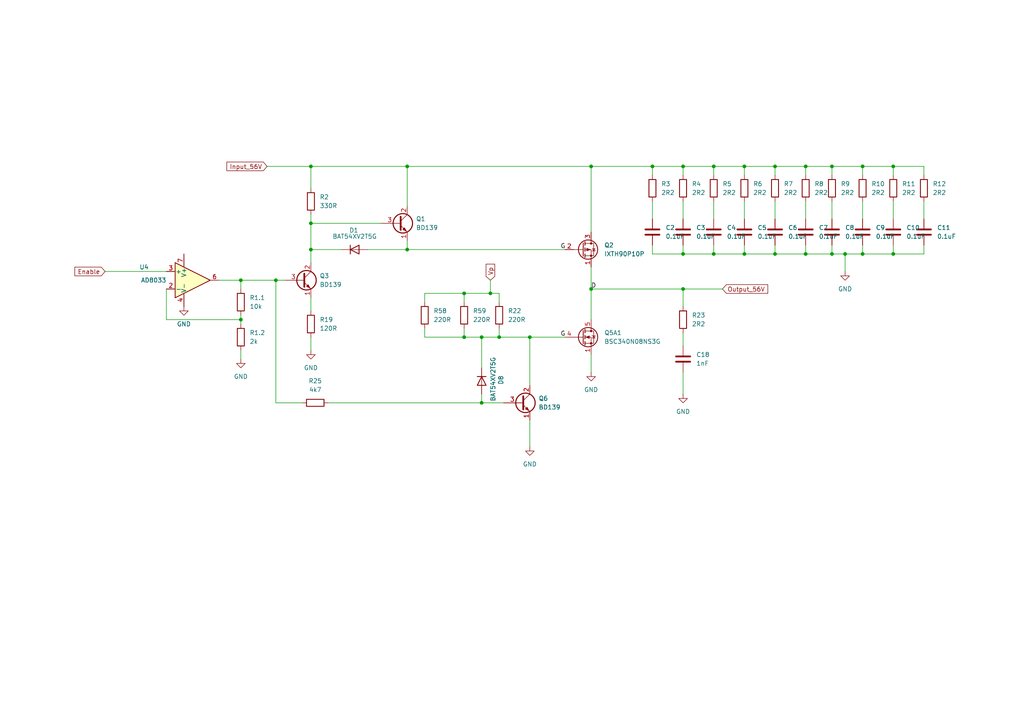
<source format=kicad_sch>
(kicad_sch (version 20231120) (generator "eeschema") (generator_version "8.0")
  (paper "A4")
  (lib_symbols
    (symbol "Amplifier_Operational:AD8001AR" (pin_names (offset 0.127))
      (property "Reference" "U" (at 0 6.35 0))
      (property "Value" "AD8001AR" (at 0 3.81 0))
      (symbol "AD8001AR_0_1"
        (polyline (pts (xy -5.08 5.08) (xy 5.08 0) (xy -5.08 -5.08) (xy -5.08 5.08)) (stroke (width 0.254)) (fill (type background)))
      )
      (symbol "AD8001AR_1_1"
        (pin no_connect line (at -2.54 2.54 270) (length 2.54) hide (name "NC") (number "1"))
        (pin input line (at -7.62 -2.54 0) (length 2.54) (name "-") (number "2"))
        (pin input line (at -7.62 2.54 0) (length 2.54) (name "+") (number "3"))
        (pin power_in line (at -2.54 -7.62 90) (length 3.81) (name "V-") (number "4"))
        (pin no_connect line (at 0 2.54 270) (length 2.54) hide (name "NC") (number "5"))
        (pin output line (at 7.62 0 180) (length 2.54) (name "~") (number "6"))
        (pin power_in line (at -2.54 7.62 270) (length 3.81) (name "V+") (number "7"))
        (pin no_connect line (at 0 -2.54 90) (length 2.54) hide (name "NC") (number "8"))
      )
    )
    (symbol "Device:C" (pin_numbers hide) (pin_names (offset 0.254))
      (property "Reference" "C" (at 0.635 2.54 0))
      (property "Value" "C" (at 0.635 -2.54 0))
      (symbol "C_0_1"
        (polyline (pts (xy -2.032 -0.762) (xy 2.032 -0.762)) (stroke (width 0.508)))
        (polyline (pts (xy -2.032 0.762) (xy 2.032 0.762)) (stroke (width 0.508)))
      )
      (symbol "C_1_1"
        (pin passive line (at 0 3.81 270) (length 2.794) (name "~") (number "1"))
        (pin passive line (at 0 -3.81 90) (length 2.794) (name "~") (number "2"))
      )
    )
    (symbol "Device:Q_PMOS_SGD" (pin_names (offset 0) hide)
      (property "Reference" "Q" (at 5.08 1.27 0))
      (property "Value" "Q_PMOS_SGD" (at 5.08 -1.27 0))
      (symbol "Q_PMOS_SGD_0_1"
        (polyline (pts (xy 0.254 0) (xy -2.54 0)))
        (polyline (pts (xy 0.254 1.905) (xy 0.254 -1.905)) (stroke (width 0.254)))
        (polyline (pts (xy 0.762 -1.27) (xy 0.762 -2.286)) (stroke (width 0.254)))
        (polyline (pts (xy 0.762 0.508) (xy 0.762 -0.508)) (stroke (width 0.254)))
        (polyline (pts (xy 0.762 2.286) (xy 0.762 1.27)) (stroke (width 0.254)))
        (polyline (pts (xy 2.54 2.54) (xy 2.54 1.778)))
        (polyline (pts (xy 2.54 -2.54) (xy 2.54 0) (xy 0.762 0)))
        (polyline (pts (xy 0.762 1.778) (xy 3.302 1.778) (xy 3.302 -1.778) (xy 0.762 -1.778)))
        (polyline (pts (xy 2.286 0) (xy 1.27 0.381) (xy 1.27 -0.381) (xy 2.286 0)) (fill (type outline)))
        (polyline (pts (xy 2.794 -0.508) (xy 2.921 -0.381) (xy 3.683 -0.381) (xy 3.81 -0.254)))
        (polyline (pts (xy 3.302 -0.381) (xy 2.921 0.254) (xy 3.683 0.254) (xy 3.302 -0.381)))
        (circle (center 1.651 0) (radius 2.794) (stroke (width 0.254)))
        (circle (center 2.54 -1.778) (radius 0.254) (fill (type outline)))
        (circle (center 2.54 1.778) (radius 0.254) (fill (type outline)))
      )
      (symbol "Q_PMOS_SGD_1_1"
        (pin passive line (at 2.54 -5.08 90) (length 2.54) (name "S") (number "1"))
        (pin input line (at -5.08 0 0) (length 2.54) (name "G") (number "2"))
        (pin passive line (at 2.54 5.08 270) (length 2.54) (name "D") (number "3"))
      )
    )
    (symbol "Device:R" (pin_numbers hide) (pin_names (offset 0))
      (property "Reference" "R" (at 2.032 0 90))
      (property "Value" "R" (at 0 0 90))
      (symbol "R_0_1"
        (rectangle (start -1.016 -2.54) (end 1.016 2.54) (stroke (width 0.254)))
      )
      (symbol "R_1_1"
        (pin passive line (at 0 3.81 270) (length 1.27) (name "~") (number "1"))
        (pin passive line (at 0 -3.81 90) (length 1.27) (name "~") (number "2"))
      )
    )
    (symbol "Simulation_SPICE:DIODE" (pin_numbers hide) (pin_names (offset 1.016) hide)
      (property "Reference" "D" (at 0 2.54 0))
      (property "Value" "DIODE" (at 0 -2.54 0))
      (symbol "DIODE_0_1"
        (polyline (pts (xy 1.27 0) (xy -1.27 0)))
        (polyline (pts (xy 1.27 1.27) (xy 1.27 -1.27)) (stroke (width 0.254)))
        (polyline (pts (xy -1.27 -1.27) (xy -1.27 1.27) (xy 1.27 0) (xy -1.27 -1.27)) (stroke (width 0.254)))
      )
      (symbol "DIODE_1_1"
        (pin passive line (at -3.81 0 0) (length 2.54) (name "A") (number "1"))
        (pin passive line (at 3.81 0 180) (length 2.54) (name "K") (number "2"))
      )
    )
    (symbol "Transistor_BJT:BD139" (pin_names (offset 0) hide)
      (property "Reference" "Q" (at 5.08 1.905 0))
      (property "Value" "BD139" (at 5.08 0 0))
      (symbol "BD139_0_1"
        (polyline (pts (xy 0 0) (xy 0.635 0)))
        (polyline (pts (xy 2.54 -2.54) (xy 0.635 -0.635)))
        (polyline (pts (xy 2.54 2.54) (xy 0.635 0.635)))
        (polyline (pts (xy 0.635 1.905) (xy 0.635 -1.905) (xy 0.635 -1.905)) (stroke (width 0.508)) (fill (type outline)))
        (polyline (pts (xy 1.2446 -1.778) (xy 1.7526 -1.27) (xy 2.286 -2.286) (xy 1.2446 -1.778) (xy 1.2446 -1.778)) (fill (type outline)))
        (circle (center 1.27 0) (radius 2.8194) (stroke (width 0.3048)))
      )
      (symbol "BD139_1_1"
        (pin passive line (at 2.54 -5.08 90) (length 2.54) (name "E") (number "1"))
        (pin passive line (at 2.54 5.08 270) (length 2.54) (name "C") (number "2"))
        (pin input line (at -5.08 0 0) (length 5.08) (name "B") (number "3"))
      )
    )
    (symbol "Transistor_FET:BSC340N08NS3G" (pin_names hide)
      (property "Reference" "Q" (at 5.08 1.905 0))
      (property "Value" "BSC340N08NS3G" (at 5.08 0 0))
      (symbol "BSC340N08NS3G_0_1"
        (polyline (pts (xy 0.254 0) (xy -2.54 0)))
        (polyline (pts (xy 0.254 1.905) (xy 0.254 -1.905)) (stroke (width 0.254)))
        (polyline (pts (xy 0.762 -1.27) (xy 0.762 -2.286)) (stroke (width 0.254)))
        (polyline (pts (xy 0.762 0.508) (xy 0.762 -0.508)) (stroke (width 0.254)))
        (polyline (pts (xy 0.762 2.286) (xy 0.762 1.27)) (stroke (width 0.254)))
        (polyline (pts (xy 2.54 2.54) (xy 2.54 1.778)))
        (polyline (pts (xy 2.54 -2.54) (xy 2.54 0) (xy 0.762 0)))
        (polyline (pts (xy 0.762 -1.778) (xy 3.302 -1.778) (xy 3.302 1.778) (xy 0.762 1.778)))
        (polyline (pts (xy 1.016 0) (xy 2.032 0.381) (xy 2.032 -0.381) (xy 1.016 0)) (fill (type outline)))
        (polyline (pts (xy 2.794 0.508) (xy 2.921 0.381) (xy 3.683 0.381) (xy 3.81 0.254)))
        (polyline (pts (xy 3.302 0.381) (xy 2.921 -0.254) (xy 3.683 -0.254) (xy 3.302 0.381)))
        (circle (center 1.651 0) (radius 2.794) (stroke (width 0.254)))
        (circle (center 2.54 -1.778) (radius 0.254) (fill (type outline)))
        (circle (center 2.54 1.778) (radius 0.254) (fill (type outline)))
      )
      (symbol "BSC340N08NS3G_1_1"
        (pin passive line (at 2.54 -5.08 90) (length 2.54) (name "S") (number "1"))
        (pin passive line (at 2.54 -5.08 90) (length 2.54) hide (name "S") (number "2"))
        (pin passive line (at 2.54 -5.08 90) (length 2.54) hide (name "S") (number "3"))
        (pin passive line (at -5.08 0 0) (length 2.54) (name "G") (number "4"))
        (pin passive line (at 2.54 5.08 270) (length 2.54) (name "D") (number "5"))
      )
    )
    (symbol "power:GND" (power) (pin_names (offset 0))
      (property "Value" "GND" (at 0 -3.81 0))
      (symbol "GND_0_1"
        (polyline (pts (xy 0 0) (xy 0 -1.27) (xy 1.27 -1.27) (xy 0 -2.54) (xy -1.27 -1.27) (xy 0 -1.27)))
      )
      (symbol "GND_1_1"
        (pin power_in line (at 0 0 270) (length 0) hide (name "GND") (number "1"))
      )
    )
  )
  (junction (at 250.19 48.26))
  (junction (at 207.01 73.66))
  (junction (at 118.11 48.26))
  (junction (at 90.17 64.77))
  (junction (at 139.7 116.84))
  (junction (at 241.3 48.26))
  (junction (at 118.11 72.39))
  (junction (at 69.85 92.71))
  (junction (at 153.67 97.79))
  (junction (at 250.19 73.66))
  (junction (at 207.01 48.26))
  (junction (at 224.79 73.66))
  (junction (at 245.11 73.66))
  (junction (at 198.12 48.26))
  (junction (at 224.79 48.26))
  (junction (at 233.68 48.26))
  (junction (at 90.17 72.39))
  (junction (at 198.12 83.82))
  (junction (at 259.08 48.26))
  (junction (at 233.68 73.66))
  (junction (at 189.23 48.26))
  (junction (at 171.45 83.82))
  (junction (at 198.12 73.66))
  (junction (at 139.7 97.79))
  (junction (at 80.01 81.28))
  (junction (at 69.85 81.28))
  (junction (at 171.45 48.26))
  (junction (at 134.62 97.79))
  (junction (at 241.3 73.66))
  (junction (at 215.9 48.26))
  (junction (at 144.78 97.79))
  (junction (at 90.17 48.26))
  (junction (at 134.62 85.09))
  (junction (at 142.24 85.09))
  (junction (at 259.08 73.66))
  (junction (at 215.9 73.66))
  (wire (pts (xy 267.97 50.8) (xy 267.97 48.26)))
  (wire (pts (xy 139.7 97.79) (xy 139.7 106.68)))
  (wire (pts (xy 134.62 85.09) (xy 142.24 85.09)))
  (wire (pts (xy 241.3 71.12) (xy 241.3 73.66)))
  (wire (pts (xy 215.9 73.66) (xy 224.79 73.66)))
  (wire (pts (xy 207.01 71.12) (xy 207.01 73.66)))
  (wire (pts (xy 207.01 73.66) (xy 215.9 73.66)))
  (wire (pts (xy 118.11 48.26) (xy 171.45 48.26)))
  (wire (pts (xy 224.79 48.26) (xy 224.79 50.8)))
  (wire (pts (xy 90.17 86.36) (xy 90.17 90.17)))
  (wire (pts (xy 224.79 73.66) (xy 233.68 73.66)))
  (wire (pts (xy 87.63 116.84) (xy 80.01 116.84)))
  (wire (pts (xy 171.45 48.26) (xy 171.45 67.31)))
  (wire (pts (xy 153.67 97.79) (xy 153.67 111.76)))
  (wire (pts (xy 189.23 48.26) (xy 189.23 50.8)))
  (wire (pts (xy 259.08 48.26) (xy 259.08 50.8)))
  (wire (pts (xy 250.19 71.12) (xy 250.19 73.66)))
  (wire (pts (xy 69.85 91.44) (xy 69.85 92.71)))
  (wire (pts (xy 90.17 72.39) (xy 99.06 72.39)))
  (wire (pts (xy 139.7 116.84) (xy 146.05 116.84)))
  (wire (pts (xy 90.17 64.77) (xy 110.49 64.77)))
  (wire (pts (xy 90.17 72.39) (xy 90.17 76.2)))
  (wire (pts (xy 250.19 48.26) (xy 241.3 48.26)))
  (wire (pts (xy 198.12 96.52) (xy 198.12 100.33)))
  (wire (pts (xy 241.3 73.66) (xy 245.11 73.66)))
  (wire (pts (xy 69.85 81.28) (xy 80.01 81.28)))
  (wire (pts (xy 69.85 101.6) (xy 69.85 104.14)))
  (wire (pts (xy 250.19 48.26) (xy 250.19 50.8)))
  (wire (pts (xy 233.68 73.66) (xy 241.3 73.66)))
  (wire (pts (xy 123.19 85.09) (xy 134.62 85.09)))
  (wire (pts (xy 241.3 58.42) (xy 241.3 63.5)))
  (wire (pts (xy 259.08 58.42) (xy 259.08 63.5)))
  (wire (pts (xy 134.62 97.79) (xy 123.19 97.79)))
  (wire (pts (xy 80.01 81.28) (xy 80.01 116.84)))
  (wire (pts (xy 250.19 73.66) (xy 259.08 73.66)))
  (wire (pts (xy 198.12 83.82) (xy 209.55 83.82)))
  (wire (pts (xy 224.79 48.26) (xy 215.9 48.26)))
  (wire (pts (xy 189.23 58.42) (xy 189.23 63.5)))
  (wire (pts (xy 259.08 71.12) (xy 259.08 73.66)))
  (wire (pts (xy 233.68 71.12) (xy 233.68 73.66)))
  (wire (pts (xy 233.68 58.42) (xy 233.68 63.5)))
  (wire (pts (xy 207.01 58.42) (xy 207.01 63.5)))
  (wire (pts (xy 215.9 58.42) (xy 215.9 63.5)))
  (wire (pts (xy 233.68 48.26) (xy 224.79 48.26)))
  (wire (pts (xy 245.11 73.66) (xy 250.19 73.66)))
  (wire (pts (xy 118.11 48.26) (xy 118.11 59.69)))
  (wire (pts (xy 48.26 92.71) (xy 69.85 92.71)))
  (wire (pts (xy 198.12 48.26) (xy 189.23 48.26)))
  (wire (pts (xy 90.17 48.26) (xy 90.17 54.61)))
  (wire (pts (xy 153.67 97.79) (xy 163.83 97.79)))
  (wire (pts (xy 90.17 64.77) (xy 90.17 72.39)))
  (wire (pts (xy 259.08 73.66) (xy 267.97 73.66)))
  (wire (pts (xy 198.12 48.26) (xy 198.12 50.8)))
  (wire (pts (xy 207.01 48.26) (xy 198.12 48.26)))
  (wire (pts (xy 267.97 73.66) (xy 267.97 71.12)))
  (wire (pts (xy 144.78 97.79) (xy 139.7 97.79)))
  (wire (pts (xy 198.12 107.95) (xy 198.12 114.3)))
  (wire (pts (xy 139.7 114.3) (xy 139.7 116.84)))
  (wire (pts (xy 198.12 73.66) (xy 207.01 73.66)))
  (wire (pts (xy 90.17 48.26) (xy 118.11 48.26)))
  (wire (pts (xy 144.78 97.79) (xy 153.67 97.79)))
  (wire (pts (xy 48.26 83.82) (xy 48.26 92.71)))
  (wire (pts (xy 171.45 48.26) (xy 189.23 48.26)))
  (wire (pts (xy 198.12 88.9) (xy 198.12 83.82)))
  (wire (pts (xy 224.79 58.42) (xy 224.79 63.5)))
  (wire (pts (xy 198.12 58.42) (xy 198.12 63.5)))
  (wire (pts (xy 241.3 48.26) (xy 241.3 50.8)))
  (wire (pts (xy 30.48 78.74) (xy 48.26 78.74)))
  (wire (pts (xy 142.24 81.28) (xy 142.24 85.09)))
  (wire (pts (xy 153.67 121.92) (xy 153.67 129.54)))
  (wire (pts (xy 63.5 81.28) (xy 69.85 81.28)))
  (wire (pts (xy 215.9 71.12) (xy 215.9 73.66)))
  (wire (pts (xy 241.3 48.26) (xy 233.68 48.26)))
  (wire (pts (xy 198.12 71.12) (xy 198.12 73.66)))
  (wire (pts (xy 189.23 71.12) (xy 189.23 73.66)))
  (wire (pts (xy 69.85 81.28) (xy 69.85 83.82)))
  (wire (pts (xy 259.08 48.26) (xy 250.19 48.26)))
  (wire (pts (xy 77.47 48.26) (xy 90.17 48.26)))
  (wire (pts (xy 90.17 62.23) (xy 90.17 64.77)))
  (wire (pts (xy 144.78 85.09) (xy 144.78 87.63)))
  (wire (pts (xy 171.45 102.87) (xy 171.45 107.95)))
  (wire (pts (xy 171.45 83.82) (xy 171.45 92.71)))
  (wire (pts (xy 189.23 73.66) (xy 198.12 73.66)))
  (wire (pts (xy 123.19 87.63) (xy 123.19 85.09)))
  (wire (pts (xy 118.11 72.39) (xy 163.83 72.39)))
  (wire (pts (xy 207.01 48.26) (xy 207.01 50.8)))
  (wire (pts (xy 250.19 58.42) (xy 250.19 63.5)))
  (wire (pts (xy 233.68 48.26) (xy 233.68 50.8)))
  (wire (pts (xy 224.79 71.12) (xy 224.79 73.66)))
  (wire (pts (xy 134.62 85.09) (xy 134.62 87.63)))
  (wire (pts (xy 106.68 72.39) (xy 118.11 72.39)))
  (wire (pts (xy 123.19 95.25) (xy 123.19 97.79)))
  (wire (pts (xy 118.11 69.85) (xy 118.11 72.39)))
  (wire (pts (xy 215.9 48.26) (xy 215.9 50.8)))
  (wire (pts (xy 139.7 97.79) (xy 134.62 97.79)))
  (wire (pts (xy 90.17 97.79) (xy 90.17 101.6)))
  (wire (pts (xy 171.45 77.47) (xy 171.45 83.82)))
  (wire (pts (xy 80.01 81.28) (xy 82.55 81.28)))
  (wire (pts (xy 134.62 95.25) (xy 134.62 97.79)))
  (wire (pts (xy 69.85 92.71) (xy 69.85 93.98)))
  (wire (pts (xy 215.9 48.26) (xy 207.01 48.26)))
  (wire (pts (xy 144.78 95.25) (xy 144.78 97.79)))
  (wire (pts (xy 267.97 58.42) (xy 267.97 63.5)))
  (wire (pts (xy 95.25 116.84) (xy 139.7 116.84)))
  (wire (pts (xy 267.97 48.26) (xy 259.08 48.26)))
  (wire (pts (xy 245.11 73.66) (xy 245.11 78.74)))
  (wire (pts (xy 171.45 83.82) (xy 198.12 83.82)))
  (wire (pts (xy 142.24 85.09) (xy 144.78 85.09)))
  (label "G" (at 162.56 72.39 0))
  (label "G" (at 162.56 97.79 0))
  (label "D" (at 171.45 83.82 0))
  (global_label "Enable" (shape input) (at 30.48 78.74 180) (property "Intersheetrefs" "${INTERSHEET_REFS}" (effects (hide yes))))
  (global_label "Vp" (shape input) (at 142.24 81.28 90) (property "Intersheetrefs" "${INTERSHEET_REFS}" (effects (hide yes))))
  (global_label "Output_56V" (shape input) (at 209.55 83.82 0) (property "Intersheetrefs" "${INTERSHEET_REFS}" (effects (hide yes))))
  (global_label "Input_56V" (shape input) (at 77.47 48.26 180) (property "Intersheetrefs" "${INTERSHEET_REFS}" (effects (hide yes))))
  (symbol (lib_id "Device:C") (at 267.97 67.31 0) (unit 1)
    (property "Reference" "C11" (at 271.78 66.0399 0) (effects (justify left)))
    (property "Value" "0.1uF" (at 271.78 68.5799 0) (effects (justify left)))
    (property "Footprint" "Capacitor_SMD:C_0603_1608Metric_Pad1.08x0.95mm_HandSolder" (effects (hide yes)))
  )
  (symbol (lib_id "Device:C") (at 250.19 67.31 0) (unit 1)
    (property "Reference" "C9" (at 254 66.0399 0) (effects (justify left)))
    (property "Value" "0.1uF" (at 254 68.5799 0) (effects (justify left)))
    (property "Footprint" "Capacitor_SMD:C_0603_1608Metric_Pad1.08x0.95mm_HandSolder" (effects (hide yes)))
  )
  (symbol (lib_id "power:GND") (at 90.17 101.6 0) (unit 1)
    (property "Reference" "#PWR040" (effects (hide yes)))
    (property "Value" "GND" (at 90.17 106.68 0))
  )
  (symbol (lib_id "power:GND") (at 153.67 129.54 0) (unit 1)
    (property "Reference" "#PWR042" (effects (hide yes)))
    (property "Value" "GND" (at 153.67 134.62 0))
  )
  (symbol (lib_id "Simulation_SPICE:DIODE") (at 102.87 72.39 180) (unit 1)
    (property "Reference" "D1" (at 102.616 66.802 0))
    (property "Value" "BAT54XV2T5G" (at 102.87 68.58 0))
    (property "Footprint" "Library:D_SOD-523_new" (effects (hide yes)))
    (property "Sim.Device" "SPICE" (effects (hide yes)))
    (property "Sim.Params" "type=\"D\" model=\"BAT54XV2T5G\" lib=\"\"" (effects (hide yes)))
    (property "Sim.Pins" "1=1 2=2" (effects (hide yes)))
  )
  (symbol (lib_id "Device:C") (at 224.79 67.31 0) (unit 1)
    (property "Reference" "C6" (at 228.6 66.0399 0) (effects (justify left)))
    (property "Value" "0.1uF" (at 228.6 68.5799 0) (effects (justify left)))
    (property "Footprint" "Capacitor_SMD:C_0603_1608Metric_Pad1.08x0.95mm_HandSolder" (effects (hide yes)))
  )
  (symbol (lib_id "Transistor_BJT:BD139") (at 87.63 81.28 0) (unit 1)
    (property "Reference" "Q3" (at 92.71 80.0099 0) (effects (justify left)))
    (property "Value" "BD139" (at 92.71 82.5499 0) (effects (justify left)))
    (property "Footprint" "Package_TO_SOT_THT:TO-126-3_Vertical" (effects (hide yes)))
    (property "Datasheet" "http://www.st.com/internet/com/TECHNICAL_RESOURCES/TECHNICAL_LITERATURE/DATASHEET/CD00001225.pdf" (effects (hide yes)))
  )
  (symbol (lib_id "power:GND") (at 198.12 114.3 0) (unit 1)
    (property "Reference" "#PWR044" (effects (hide yes)))
    (property "Value" "GND" (at 198.12 119.38 0))
  )
  (symbol (lib_id "Device:R") (at 144.78 91.44 0) (unit 1)
    (property "Reference" "R22" (at 147.32 90.1699 0) (effects (justify left)))
    (property "Value" "220R" (at 147.32 92.7099 0) (effects (justify left)))
    (property "Footprint" "Resistor_SMD:R_0603_1608Metric_Pad0.98x0.95mm_HandSolder" (effects (hide yes)))
  )
  (symbol (lib_id "Transistor_FET:BSC340N08NS3G") (at 168.91 97.79 0) (unit 1)
    (property "Reference" "Q5A1" (at 175.26 96.5199 0) (effects (justify left)))
    (property "Value" "BSC340N08NS3G" (at 175.26 99.0599 0) (effects (justify left)))
    (property "Footprint" "Package_TO_SOT_SMD:TDSON-8-1" (effects (hide yes)))
    (property "Datasheet" "http://www.infineon.com/dgdl/Infineon-BSC340N08NS3G-DS-v02_06-en.pdf?fileId=db3a30431add1d95011ae81c21f2563a" (effects (hide yes)))
  )
  (symbol (lib_id "Device:R") (at 207.01 54.61 0) (unit 1)
    (property "Reference" "R5" (at 209.55 53.3399 0) (effects (justify left)))
    (property "Value" "2R2" (at 209.55 55.8799 0) (effects (justify left)))
    (property "Footprint" "Resistor_SMD:R_0603_1608Metric_Pad0.98x0.95mm_HandSolder" (effects (hide yes)))
  )
  (symbol (lib_id "Transistor_BJT:BD139") (at 151.13 116.84 0) (unit 1)
    (property "Reference" "Q6" (at 156.21 115.5699 0) (effects (justify left)))
    (property "Value" "BD139" (at 156.21 118.1099 0) (effects (justify left)))
    (property "Footprint" "Package_TO_SOT_THT:TO-126-3_Vertical" (effects (hide yes)))
    (property "Datasheet" "http://www.st.com/internet/com/TECHNICAL_RESOURCES/TECHNICAL_LITERATURE/DATASHEET/CD00001225.pdf" (effects (hide yes)))
  )
  (symbol (lib_id "Device:R") (at 90.17 93.98 0) (unit 1)
    (property "Reference" "R19" (at 92.71 92.7099 0) (effects (justify left)))
    (property "Value" "120R" (at 92.71 95.2499 0) (effects (justify left)))
    (property "Footprint" "Resistor_SMD:R_0603_1608Metric_Pad0.98x0.95mm_HandSolder" (effects (hide yes)))
  )
  (symbol (lib_id "Device:R") (at 198.12 92.71 0) (unit 1)
    (property "Reference" "R23" (at 200.66 91.4399 0) (effects (justify left)))
    (property "Value" "2R2" (at 200.66 93.9799 0) (effects (justify left)))
    (property "Footprint" "Resistor_SMD:R_0603_1608Metric_Pad0.98x0.95mm_HandSolder" (effects (hide yes)))
  )
  (symbol (lib_id "Device:C") (at 198.12 67.31 0) (unit 1)
    (property "Reference" "C3" (at 201.93 66.0399 0) (effects (justify left)))
    (property "Value" "0.1uF" (at 201.93 68.5799 0) (effects (justify left)))
    (property "Footprint" "Capacitor_SMD:C_0603_1608Metric_Pad1.08x0.95mm_HandSolder" (effects (hide yes)))
  )
  (symbol (lib_id "Device:C") (at 215.9 67.31 0) (unit 1)
    (property "Reference" "C5" (at 219.71 66.0399 0) (effects (justify left)))
    (property "Value" "0.1uF" (at 219.71 68.5799 0) (effects (justify left)))
    (property "Footprint" "Capacitor_SMD:C_0603_1608Metric_Pad1.08x0.95mm_HandSolder" (effects (hide yes)))
  )
  (symbol (lib_id "Device:R") (at 215.9 54.61 0) (unit 1)
    (property "Reference" "R6" (at 218.44 53.3399 0) (effects (justify left)))
    (property "Value" "2R2" (at 218.44 55.8799 0) (effects (justify left)))
    (property "Footprint" "Resistor_SMD:R_0603_1608Metric_Pad0.98x0.95mm_HandSolder" (effects (hide yes)))
  )
  (symbol (lib_id "Device:R") (at 189.23 54.61 0) (unit 1)
    (property "Reference" "R3" (at 191.77 53.3399 0) (effects (justify left)))
    (property "Value" "2R2" (at 191.77 55.8799 0) (effects (justify left)))
    (property "Footprint" "Resistor_SMD:R_0603_1608Metric_Pad0.98x0.95mm_HandSolder" (effects (hide yes)))
  )
  (symbol (lib_id "power:GND") (at 171.45 107.95 0) (unit 1)
    (property "Reference" "#PWR043" (effects (hide yes)))
    (property "Value" "GND" (at 171.45 113.03 0))
  )
  (symbol (lib_id "Amplifier_Operational:AD8001AR") (at 55.88 81.28 0) (unit 1)
    (property "Reference" "U4" (at 43.18 77.47 0) (effects (justify right)))
    (property "Value" "AD8033" (at 48.26 81.28 0) (effects (justify right)))
    (property "Footprint" "Package_SO:SOIC-8_3.9x4.9mm_P1.27mm" (effects (hide yes)))
    (property "Datasheet" "https://www.analog.com/media/en/technical-documentation/data-sheets/ad8001.pdf" (effects (hide yes)))
  )
  (symbol (lib_id "Device:C") (at 233.68 67.31 0) (unit 1)
    (property "Reference" "C7" (at 237.49 66.0399 0) (effects (justify left)))
    (property "Value" "0.1uF" (at 237.49 68.5799 0) (effects (justify left)))
    (property "Footprint" "Capacitor_SMD:C_0603_1608Metric_Pad1.08x0.95mm_HandSolder" (effects (hide yes)))
  )
  (symbol (lib_id "Simulation_SPICE:DIODE") (at 139.7 110.49 90) (unit 1)
    (property "Reference" "D8" (at 145.288 110.236 0))
    (property "Value" "BAT54XV2T5G" (at 143.002 109.982 0))
    (property "Footprint" "Library:D_SOD-523_new" (effects (hide yes)))
    (property "Sim.Device" "SPICE" (effects (hide yes)))
    (property "Sim.Params" "type=\"D\" model=\"BAT54XV2T5G\" lib=\"\"" (effects (hide yes)))
    (property "Sim.Pins" "1=1 2=2" (effects (hide yes)))
  )
  (symbol (lib_id "Device:C") (at 198.12 104.14 0) (unit 1)
    (property "Reference" "C18" (at 201.93 102.8699 0) (effects (justify left)))
    (property "Value" "1nF" (at 201.93 105.4099 0) (effects (justify left)))
    (property "Footprint" "Capacitor_SMD:C_0603_1608Metric_Pad1.08x0.95mm_HandSolder" (effects (hide yes)))
  )
  (symbol (lib_id "Device:C") (at 241.3 67.31 0) (unit 1)
    (property "Reference" "C8" (at 245.11 66.0399 0) (effects (justify left)))
    (property "Value" "0.1uF" (at 245.11 68.5799 0) (effects (justify left)))
    (property "Footprint" "Capacitor_SMD:C_0603_1608Metric_Pad1.08x0.95mm_HandSolder" (effects (hide yes)))
  )
  (symbol (lib_id "Device:R") (at 90.17 58.42 0) (unit 1)
    (property "Reference" "R2" (at 92.71 57.1499 0) (effects (justify left)))
    (property "Value" "330R" (at 92.71 59.6899 0) (effects (justify left)))
    (property "Footprint" "Resistor_SMD:R_0603_1608Metric_Pad0.98x0.95mm_HandSolder" (effects (hide yes)))
  )
  (symbol (lib_id "power:GND") (at 245.11 78.74 0) (unit 1)
    (property "Reference" "#PWR045" (effects (hide yes)))
    (property "Value" "GND" (at 245.11 83.82 0))
  )
  (symbol (lib_id "power:GND") (at 69.85 104.14 0) (unit 1)
    (property "Reference" "#PWR039" (effects (hide yes)))
    (property "Value" "GND" (at 69.85 109.22 0))
  )
  (symbol (lib_id "Device:R") (at 259.08 54.61 0) (unit 1)
    (property "Reference" "R11" (at 261.62 53.3399 0) (effects (justify left)))
    (property "Value" "2R2" (at 261.62 55.8799 0) (effects (justify left)))
    (property "Footprint" "Resistor_SMD:R_0603_1608Metric_Pad0.98x0.95mm_HandSolder" (effects (hide yes)))
  )
  (symbol (lib_id "Device:R") (at 123.19 91.44 0) (unit 1)
    (property "Reference" "R58" (at 125.73 90.1699 0) (effects (justify left)))
    (property "Value" "220R" (at 125.73 92.7099 0) (effects (justify left)))
    (property "Footprint" "Resistor_SMD:R_0603_1608Metric_Pad0.98x0.95mm_HandSolder" (effects (hide yes)))
  )
  (symbol (lib_id "Device:C") (at 259.08 67.31 0) (unit 1)
    (property "Reference" "C10" (at 262.89 66.0399 0) (effects (justify left)))
    (property "Value" "0.1uF" (at 262.89 68.5799 0) (effects (justify left)))
    (property "Footprint" "Capacitor_SMD:C_0603_1608Metric_Pad1.08x0.95mm_HandSolder" (effects (hide yes)))
  )
  (symbol (lib_id "Device:R") (at 91.44 116.84 90) (unit 1)
    (property "Reference" "R25" (at 91.44 110.49 90))
    (property "Value" "4k7" (at 91.44 113.03 90))
    (property "Footprint" "Resistor_SMD:R_0603_1608Metric_Pad0.98x0.95mm_HandSolder" (effects (hide yes)))
  )
  (symbol (lib_id "Device:R") (at 69.85 97.79 0) (unit 1)
    (property "Reference" "R1.2" (at 72.39 96.52 0) (effects (justify left)))
    (property "Value" "2k" (at 72.39 99.06 0) (effects (justify left)))
    (property "Footprint" "Resistor_SMD:R_0603_1608Metric_Pad0.98x0.95mm_HandSolder" (effects (hide yes)))
  )
  (symbol (lib_id "Device:R") (at 250.19 54.61 0) (unit 1)
    (property "Reference" "R10" (at 252.73 53.3399 0) (effects (justify left)))
    (property "Value" "2R2" (at 252.73 55.8799 0) (effects (justify left)))
    (property "Footprint" "Resistor_SMD:R_0603_1608Metric_Pad0.98x0.95mm_HandSolder" (effects (hide yes)))
  )
  (symbol (lib_id "power:GND") (at 53.34 88.9 0) (unit 1)
    (property "Reference" "#PWR038" (effects (hide yes)))
    (property "Value" "GND" (at 53.34 93.98 0))
  )
  (symbol (lib_id "Device:R") (at 69.85 87.63 0) (unit 1)
    (property "Reference" "R1.1" (at 72.39 86.36 0) (effects (justify left)))
    (property "Value" "10k" (at 72.39 88.9 0) (effects (justify left)))
    (property "Footprint" "Resistor_SMD:R_0603_1608Metric_Pad0.98x0.95mm_HandSolder" (effects (hide yes)))
  )
  (symbol (lib_id "Device:C") (at 207.01 67.31 0) (unit 1)
    (property "Reference" "C4" (at 210.82 66.0399 0) (effects (justify left)))
    (property "Value" "0.1uF" (at 210.82 68.5799 0) (effects (justify left)))
    (property "Footprint" "Capacitor_SMD:C_0603_1608Metric_Pad1.08x0.95mm_HandSolder" (effects (hide yes)))
  )
  (symbol (lib_id "Transistor_BJT:BD139") (at 115.57 64.77 0) (unit 1)
    (property "Reference" "Q1" (at 120.65 63.4999 0) (effects (justify left)))
    (property "Value" "BD139" (at 120.65 66.0399 0) (effects (justify left)))
    (property "Footprint" "Package_TO_SOT_THT:TO-126-3_Vertical" (effects (hide yes)))
    (property "Datasheet" "http://www.st.com/internet/com/TECHNICAL_RESOURCES/TECHNICAL_LITERATURE/DATASHEET/CD00001225.pdf" (effects (hide yes)))
  )
  (symbol (lib_id "Device:R") (at 233.68 54.61 0) (unit 1)
    (property "Reference" "R8" (at 236.22 53.3399 0) (effects (justify left)))
    (property "Value" "2R2" (at 236.22 55.8799 0) (effects (justify left)))
    (property "Footprint" "Resistor_SMD:R_0603_1608Metric_Pad0.98x0.95mm_HandSolder" (effects (hide yes)))
  )
  (symbol (lib_id "Device:R") (at 134.62 91.44 0) (unit 1)
    (property "Reference" "R59" (at 137.16 90.1699 0) (effects (justify left)))
    (property "Value" "220R" (at 137.16 92.7099 0) (effects (justify left)))
    (property "Footprint" "Resistor_SMD:R_0603_1608Metric_Pad0.98x0.95mm_HandSolder" (effects (hide yes)))
  )
  (symbol (lib_id "Device:R") (at 267.97 54.61 0) (unit 1)
    (property "Reference" "R12" (at 270.51 53.3399 0) (effects (justify left)))
    (property "Value" "2R2" (at 270.51 55.8799 0) (effects (justify left)))
    (property "Footprint" "Resistor_SMD:R_0603_1608Metric_Pad0.98x0.95mm_HandSolder" (effects (hide yes)))
  )
  (symbol (lib_id "Device:R") (at 241.3 54.61 0) (unit 1)
    (property "Reference" "R9" (at 243.84 53.3399 0) (effects (justify left)))
    (property "Value" "2R2" (at 243.84 55.8799 0) (effects (justify left)))
    (property "Footprint" "Resistor_SMD:R_0603_1608Metric_Pad0.98x0.95mm_HandSolder" (effects (hide yes)))
  )
  (symbol (lib_id "Device:Q_PMOS_SGD") (at 168.91 72.39 0) (unit 1)
    (property "Reference" "Q2" (at 175.26 71.1199 0) (effects (justify left)))
    (property "Value" "IXTH90P10P" (at 175.26 73.6599 0) (effects (justify left)))
    (property "Footprint" "Library:TO-247-3_MOSFET" (effects (hide yes)))
  )
  (symbol (lib_id "Device:C") (at 189.23 67.31 0) (unit 1)
    (property "Reference" "C2" (at 193.04 66.0399 0) (effects (justify left)))
    (property "Value" "0.1uF" (at 193.04 68.5799 0) (effects (justify left)))
    (property "Footprint" "Capacitor_SMD:C_0603_1608Metric_Pad1.08x0.95mm_HandSolder" (effects (hide yes)))
  )
  (symbol (lib_id "Device:R") (at 198.12 54.61 0) (unit 1)
    (property "Reference" "R4" (at 200.66 53.3399 0) (effects (justify left)))
    (property "Value" "2R2" (at 200.66 55.8799 0) (effects (justify left)))
    (property "Footprint" "Resistor_SMD:R_0603_1608Metric_Pad0.98x0.95mm_HandSolder" (effects (hide yes)))
  )
  (symbol (lib_id "Device:R") (at 224.79 54.61 0) (unit 1)
    (property "Reference" "R7" (at 227.33 53.3399 0) (effects (justify left)))
    (property "Value" "2R2" (at 227.33 55.8799 0) (effects (justify left)))
    (property "Footprint" "Resistor_SMD:R_0603_1608Metric_Pad0.98x0.95mm_HandSolder" (effects (hide yes)))
  )
)
</source>
